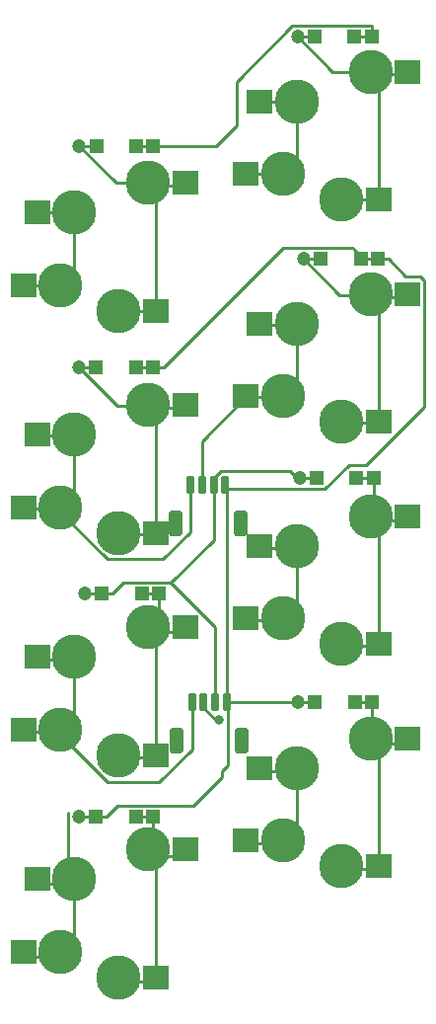
<source format=gbr>
%TF.GenerationSoftware,KiCad,Pcbnew,(7.0.0-0)*%
%TF.CreationDate,2023-02-26T21:11:16+09:00*%
%TF.ProjectId,pangaea-pcb-pinkey-k2-0.5ushift,70616e67-6165-4612-9d70-63622d70696e,rev?*%
%TF.SameCoordinates,Original*%
%TF.FileFunction,Copper,L2,Bot*%
%TF.FilePolarity,Positive*%
%FSLAX46Y46*%
G04 Gerber Fmt 4.6, Leading zero omitted, Abs format (unit mm)*
G04 Created by KiCad (PCBNEW (7.0.0-0)) date 2023-02-26 21:11:16*
%MOMM*%
%LPD*%
G01*
G04 APERTURE LIST*
G04 Aperture macros list*
%AMRoundRect*
0 Rectangle with rounded corners*
0 $1 Rounding radius*
0 $2 $3 $4 $5 $6 $7 $8 $9 X,Y pos of 4 corners*
0 Add a 4 corners polygon primitive as box body*
4,1,4,$2,$3,$4,$5,$6,$7,$8,$9,$2,$3,0*
0 Add four circle primitives for the rounded corners*
1,1,$1+$1,$2,$3*
1,1,$1+$1,$4,$5*
1,1,$1+$1,$6,$7*
1,1,$1+$1,$8,$9*
0 Add four rect primitives between the rounded corners*
20,1,$1+$1,$2,$3,$4,$5,0*
20,1,$1+$1,$4,$5,$6,$7,0*
20,1,$1+$1,$6,$7,$8,$9,0*
20,1,$1+$1,$8,$9,$2,$3,0*%
G04 Aperture macros list end*
%TA.AperFunction,ComponentPad*%
%ADD10R,1.200000X1.200000*%
%TD*%
%TA.AperFunction,SMDPad,CuDef*%
%ADD11R,1.200000X1.200000*%
%TD*%
%TA.AperFunction,ComponentPad*%
%ADD12C,1.200000*%
%TD*%
%TA.AperFunction,SMDPad,CuDef*%
%ADD13RoundRect,0.150000X-0.150000X-0.650000X0.150000X-0.650000X0.150000X0.650000X-0.150000X0.650000X0*%
%TD*%
%TA.AperFunction,ComponentPad*%
%ADD14RoundRect,0.249600X-0.350400X-0.850400X0.350400X-0.850400X0.350400X0.850400X-0.350400X0.850400X0*%
%TD*%
%TA.AperFunction,SMDPad,CuDef*%
%ADD15R,2.200000X2.000000*%
%TD*%
%TA.AperFunction,ComponentPad*%
%ADD16C,3.800000*%
%TD*%
%TA.AperFunction,ViaPad*%
%ADD17C,0.800000*%
%TD*%
%TA.AperFunction,Conductor*%
%ADD18C,0.250000*%
%TD*%
G04 APERTURE END LIST*
D10*
%TO.P,D18,1,K*%
%TO.N,PY5*%
X53519999Y-36369999D03*
D11*
X52069999Y-36369999D03*
%TO.P,D18,2,A*%
%TO.N,Net-(D18-A)*%
X48619999Y-36369999D03*
D12*
X47170000Y-36370000D03*
%TD*%
D13*
%TO.P,J9,1,Pin_1*%
%TO.N,PX1*%
X37450000Y-55710000D03*
%TO.P,J9,2,Pin_2*%
%TO.N,PX2*%
X38450000Y-55710000D03*
%TO.P,J9,3,Pin_3*%
%TO.N,PY4*%
X39450000Y-55710000D03*
%TO.P,J9,4,Pin_4*%
%TO.N,PY5*%
X40450000Y-55710000D03*
D14*
%TO.P,J9,MP*%
%TO.N,N/C*%
X36150000Y-59010000D03*
X41750000Y-59010000D03*
%TD*%
D15*
%TO.P,SW38,1,1*%
%TO.N,PX2*%
X42199999Y-86249999D03*
X43399999Y-80009999D03*
D16*
X45400000Y-86250000D03*
X46590000Y-80010000D03*
%TO.P,SW38,2,2*%
%TO.N,Net-(D38-K)*%
X50400000Y-88450000D03*
X52940000Y-77470000D03*
D15*
X53599999Y-88439999D03*
X56099999Y-77469999D03*
%TD*%
%TO.P,SW17,1,1*%
%TO.N,PX1*%
X23109999Y-57679999D03*
X24309999Y-51439999D03*
D16*
X26310000Y-57680000D03*
X27500000Y-51440000D03*
%TO.P,SW17,2,2*%
%TO.N,Net-(D17-A)*%
X31310000Y-59880000D03*
X33850000Y-48900000D03*
D15*
X34509999Y-59869999D03*
X37009999Y-48899999D03*
%TD*%
D10*
%TO.P,D38,1,K*%
%TO.N,Net-(D38-K)*%
X53049999Y-74399999D03*
D11*
X51599999Y-74399999D03*
%TO.P,D38,2,A*%
%TO.N,PY5*%
X48149999Y-74399999D03*
D12*
X46700000Y-74400000D03*
%TD*%
D15*
%TO.P,SW13,1,1*%
%TO.N,PX1*%
X23109999Y-38629999D03*
X24309999Y-32389999D03*
D16*
X26310000Y-38630000D03*
X27500000Y-32390000D03*
%TO.P,SW13,2,2*%
%TO.N,Net-(D13-A)*%
X31310000Y-40830000D03*
X33850000Y-29850000D03*
D15*
X34509999Y-40819999D03*
X37009999Y-29849999D03*
%TD*%
D10*
%TO.P,D13,1,K*%
%TO.N,PY4*%
X34274999Y-26699999D03*
D11*
X32824999Y-26699999D03*
%TO.P,D13,2,A*%
%TO.N,Net-(D13-A)*%
X29374999Y-26699999D03*
D12*
X27925000Y-26700000D03*
%TD*%
D10*
%TO.P,D34,1,K*%
%TO.N,Net-(D34-K)*%
X53174999Y-55139999D03*
D11*
X51724999Y-55139999D03*
%TO.P,D34,2,A*%
%TO.N,PY4*%
X48274999Y-55139999D03*
D12*
X46825000Y-55140000D03*
%TD*%
D15*
%TO.P,SW18,1,1*%
%TO.N,PX2*%
X42199999Y-48149999D03*
X43399999Y-41909999D03*
D16*
X45400000Y-48150000D03*
X46590000Y-41910000D03*
%TO.P,SW18,2,2*%
%TO.N,Net-(D18-A)*%
X50400000Y-50350000D03*
X52940000Y-39370000D03*
D15*
X53599999Y-50339999D03*
X56099999Y-39369999D03*
%TD*%
D10*
%TO.P,D33,1,K*%
%TO.N,Net-(D33-K)*%
X34774999Y-65049999D03*
D11*
X33324999Y-65049999D03*
%TO.P,D33,2,A*%
%TO.N,PY4*%
X29874999Y-65049999D03*
D12*
X28425000Y-65050000D03*
%TD*%
D15*
%TO.P,SW34,1,1*%
%TO.N,PX2*%
X42199999Y-67199999D03*
X43399999Y-60959999D03*
D16*
X45400000Y-67200000D03*
X46590000Y-60960000D03*
%TO.P,SW34,2,2*%
%TO.N,Net-(D34-K)*%
X50400000Y-69400000D03*
X52940000Y-58420000D03*
D15*
X53599999Y-69389999D03*
X56099999Y-58419999D03*
%TD*%
%TO.P,SW33,2,2*%
%TO.N,Net-(D33-K)*%
X37009999Y-67949999D03*
X34509999Y-78919999D03*
D16*
X33850000Y-67950000D03*
X31310000Y-78930000D03*
%TO.P,SW33,1,1*%
%TO.N,PX1*%
X27500000Y-70490000D03*
X26310000Y-76730000D03*
D15*
X24309999Y-70489999D03*
X23109999Y-76729999D03*
%TD*%
D10*
%TO.P,D17,1,K*%
%TO.N,PY5*%
X34224999Y-45649999D03*
D11*
X32774999Y-45649999D03*
%TO.P,D17,2,A*%
%TO.N,Net-(D17-A)*%
X29324999Y-45649999D03*
D12*
X27875000Y-45650000D03*
%TD*%
D10*
%TO.P,D37,1,K*%
%TO.N,Net-(D37-K)*%
X34224999Y-84199999D03*
D11*
X32774999Y-84199999D03*
%TO.P,D37,2,A*%
%TO.N,PY5*%
X29324999Y-84199999D03*
D12*
X27875000Y-84200000D03*
%TD*%
D10*
%TO.P,D14,1,K*%
%TO.N,PY4*%
X53004999Y-17329999D03*
D11*
X51554999Y-17329999D03*
%TO.P,D14,2,A*%
%TO.N,Net-(D14-A)*%
X48104999Y-17329999D03*
D12*
X46655000Y-17330000D03*
%TD*%
D15*
%TO.P,SW37,1,1*%
%TO.N,PX1*%
X23109999Y-95779999D03*
X24309999Y-89539999D03*
D16*
X26310000Y-95780000D03*
X27500000Y-89540000D03*
%TO.P,SW37,2,2*%
%TO.N,Net-(D37-K)*%
X31310000Y-97980000D03*
X33850000Y-87000000D03*
D15*
X34509999Y-97969999D03*
X37009999Y-86999999D03*
%TD*%
%TO.P,SW14,1,1*%
%TO.N,PX2*%
X42199999Y-29099999D03*
X43399999Y-22859999D03*
D16*
X45400000Y-29100000D03*
X46590000Y-22860000D03*
%TO.P,SW14,2,2*%
%TO.N,Net-(D14-A)*%
X50400000Y-31300000D03*
X52940000Y-20320000D03*
D15*
X53599999Y-31289999D03*
X56099999Y-20319999D03*
%TD*%
D13*
%TO.P,J8,1,Pin_1*%
%TO.N,PX1*%
X37590000Y-74340000D03*
%TO.P,J8,2,Pin_2*%
%TO.N,PX2*%
X38590000Y-74340000D03*
%TO.P,J8,3,Pin_3*%
%TO.N,PY4*%
X39590000Y-74340000D03*
%TO.P,J8,4,Pin_4*%
%TO.N,PY5*%
X40590000Y-74340000D03*
D14*
%TO.P,J8,MP*%
%TO.N,N/C*%
X36290000Y-77640000D03*
X41890000Y-77640000D03*
%TD*%
D17*
%TO.N,PX2*%
X39917600Y-75901100D03*
%TD*%
D18*
%TO.N,PX2*%
X38450000Y-52025000D02*
X38450000Y-55710000D01*
X42241700Y-48233300D02*
X38450000Y-52025000D01*
X39649800Y-75901100D02*
X39917600Y-75901100D01*
X38590000Y-74841300D02*
X39649800Y-75901100D01*
X38590000Y-74340000D02*
X38590000Y-74841300D01*
%TO.N,PX1*%
X37590000Y-78402400D02*
X37590000Y-74340000D01*
X34787700Y-81204700D02*
X37590000Y-78402400D01*
X30335900Y-81204700D02*
X34787700Y-81204700D01*
X26310000Y-77178800D02*
X30335900Y-81204700D01*
X26310000Y-58098200D02*
X26310000Y-57680000D01*
X30322400Y-62110600D02*
X26310000Y-58098200D01*
X35116200Y-62110600D02*
X30322400Y-62110600D01*
X37450000Y-59776800D02*
X35116200Y-62110600D01*
X37450000Y-55710000D02*
X37450000Y-59776800D01*
%TO.N,PY5*%
X34225000Y-45650000D02*
X35150100Y-45650000D01*
X37675900Y-83274900D02*
X40130000Y-80820800D01*
X31175200Y-83274900D02*
X37675900Y-83274900D01*
X30250100Y-84200000D02*
X31175200Y-83274900D01*
X29325000Y-84200000D02*
X30250100Y-84200000D01*
X51373600Y-35420500D02*
X51833400Y-35880300D01*
X45379600Y-35420500D02*
X51373600Y-35420500D01*
X35150100Y-45650000D02*
X45379600Y-35420500D01*
X53520000Y-36370000D02*
X54445100Y-36370000D01*
X55939300Y-37864200D02*
X54445100Y-36370000D01*
X57167400Y-37864200D02*
X55939300Y-37864200D01*
X57525200Y-38222000D02*
X57167400Y-37864200D01*
X57525200Y-49052200D02*
X57525200Y-38222000D01*
X52553200Y-54024200D02*
X57525200Y-49052200D01*
X51069900Y-54024200D02*
X52553200Y-54024200D01*
X49008100Y-56086000D02*
X51069900Y-54024200D01*
X40590000Y-56086000D02*
X49008100Y-56086000D01*
X40590000Y-74340000D02*
X40590000Y-56086000D01*
X40590000Y-55850000D02*
X40450000Y-55710000D01*
X40590000Y-56086000D02*
X40590000Y-55850000D01*
X40650000Y-79802500D02*
X40650000Y-74400000D01*
X40130000Y-80322500D02*
X40650000Y-79802500D01*
X46052500Y-74400000D02*
X40650000Y-74400000D01*
X40650000Y-74400000D02*
X40590000Y-74340000D01*
%TO.N,Net-(D14-A)*%
X52940000Y-20320000D02*
X53145000Y-20525000D01*
%TO.N,PY4*%
X53005000Y-17330000D02*
X53005000Y-16404900D01*
X39628200Y-26700000D02*
X34275000Y-26700000D01*
X41438300Y-24889900D02*
X39628200Y-26700000D01*
X41438300Y-21183700D02*
X41438300Y-24889900D01*
X46217100Y-16404900D02*
X41438300Y-21183700D01*
X53005000Y-16404900D02*
X46217100Y-16404900D01*
X29875000Y-65050000D02*
X30800100Y-65050000D01*
X39450000Y-55166100D02*
X39450000Y-55710000D01*
X40074800Y-54541300D02*
X39450000Y-55166100D01*
X45973100Y-54541300D02*
X40074800Y-54541300D01*
X46571800Y-55140000D02*
X45973100Y-54541300D01*
X39450000Y-60448900D02*
X35774000Y-64124900D01*
X39450000Y-55710000D02*
X39450000Y-60448900D01*
X39590000Y-67940900D02*
X35774000Y-64124900D01*
X39590000Y-74340000D02*
X39590000Y-67940900D01*
X31725200Y-64124900D02*
X30800100Y-65050000D01*
X35774000Y-64124900D02*
X31725200Y-64124900D01*
%TO.N,Net-(D14-A)*%
X49645000Y-20320000D02*
X46655000Y-17330000D01*
%TO.N,PY4*%
X32825000Y-26700000D02*
X34275000Y-26700000D01*
X48275000Y-55140000D02*
X46825000Y-55140000D01*
X46825000Y-55140000D02*
X46571800Y-55140000D01*
X29875000Y-65050000D02*
X28425000Y-65050000D01*
X51555000Y-17330000D02*
X53005000Y-17330000D01*
%TO.N,Net-(D13-A)*%
X36898173Y-30055000D02*
X37056587Y-29896586D01*
X27925000Y-26700000D02*
X29375000Y-26700000D01*
X33850000Y-29850000D02*
X34510000Y-30510000D01*
X34510000Y-30510000D02*
X34510000Y-40820000D01*
X34510000Y-40820000D02*
X31320000Y-40820000D01*
X34055000Y-30055000D02*
X36898173Y-30055000D01*
X31320000Y-40820000D02*
X31310000Y-40830000D01*
X33850000Y-29850000D02*
X31075000Y-29850000D01*
X31075000Y-29850000D02*
X27925000Y-26700000D01*
%TO.N,Net-(D14-A)*%
X46655000Y-17330000D02*
X48105000Y-17330000D01*
X53600000Y-31290000D02*
X53600000Y-20980000D01*
X52940000Y-20320000D02*
X49645000Y-20320000D01*
X53145000Y-20525000D02*
X55988173Y-20525000D01*
X50400000Y-31300000D02*
X53590000Y-31300000D01*
X53590000Y-31300000D02*
X53600000Y-31290000D01*
X55988173Y-20525000D02*
X56146587Y-20366586D01*
X53600000Y-20980000D02*
X52940000Y-20320000D01*
X52940000Y-20320000D02*
X53145000Y-20525000D01*
%TO.N,PY5*%
X34225000Y-45650000D02*
X32775000Y-45650000D01*
X29325000Y-84200000D02*
X27875000Y-84200000D01*
X48150000Y-74400000D02*
X46700000Y-74400000D01*
X52070000Y-36370000D02*
X53520000Y-36370000D01*
X51833400Y-35880300D02*
X52323100Y-36370000D01*
X40130000Y-80820800D02*
X40130000Y-80322500D01*
X46052500Y-74400000D02*
X46700000Y-74400000D01*
%TO.N,Net-(D17-A)*%
X34510000Y-49630000D02*
X34510000Y-59940000D01*
X33850000Y-48970000D02*
X34055000Y-49175000D01*
X27875000Y-45650000D02*
X31195000Y-48970000D01*
X31370000Y-59940000D02*
X31310000Y-59880000D01*
X27875000Y-45650000D02*
X29325000Y-45650000D01*
X36898173Y-49175000D02*
X37056587Y-49016586D01*
X33850000Y-48970000D02*
X34510000Y-49630000D01*
X31195000Y-48970000D02*
X33850000Y-48970000D01*
X34055000Y-49175000D02*
X36898173Y-49175000D01*
X34510000Y-59940000D02*
X31320000Y-59940000D01*
X33850000Y-48970000D02*
X33850000Y-48900000D01*
%TO.N,Net-(D18-A)*%
X55988173Y-39658300D02*
X56146587Y-39499886D01*
X50483300Y-50433300D02*
X50400000Y-50350000D01*
X52940000Y-39453300D02*
X52940000Y-39370000D01*
X50253300Y-39453300D02*
X52940000Y-39453300D01*
X53590000Y-50433300D02*
X53600000Y-50423300D01*
X50400000Y-50433300D02*
X53590000Y-50433300D01*
X48620000Y-36370000D02*
X47170000Y-36370000D01*
X47170000Y-36370000D02*
X50253300Y-39453300D01*
X53600000Y-50423300D02*
X53600000Y-40113300D01*
X53145000Y-39658300D02*
X55988173Y-39658300D01*
X53600000Y-40113300D02*
X52940000Y-39453300D01*
%TO.N,Net-(D33-K)*%
X34775000Y-65050000D02*
X33325000Y-65050000D01*
X36898173Y-68375000D02*
X37056587Y-68216586D01*
X34775000Y-65050000D02*
X34775000Y-67245000D01*
X34092500Y-67707500D02*
X33850000Y-67950000D01*
X33850000Y-68170000D02*
X34510000Y-68830000D01*
X34312500Y-67707500D02*
X34092500Y-67707500D01*
X34510000Y-68830000D02*
X34510000Y-79140000D01*
X34775000Y-67245000D02*
X33850000Y-68170000D01*
X34510000Y-79140000D02*
X31320000Y-79140000D01*
X34055000Y-68375000D02*
X36898173Y-68375000D01*
X31520000Y-79140000D02*
X31310000Y-78930000D01*
%TO.N,Net-(D34-K)*%
X52940000Y-58586700D02*
X53600000Y-59246700D01*
X52940000Y-58586700D02*
X53145000Y-58791700D01*
X52989200Y-58469200D02*
X52940000Y-58420000D01*
X53145000Y-58791700D02*
X55988173Y-58791700D01*
X55988173Y-58791700D02*
X56146587Y-58633286D01*
X53600000Y-69556700D02*
X50410000Y-69556700D01*
X51725000Y-55140000D02*
X53175000Y-55140000D01*
X53175000Y-55140000D02*
X53175000Y-58351700D01*
X53175000Y-58351700D02*
X52940000Y-58586700D01*
X53600000Y-59246700D02*
X53600000Y-69556700D01*
X53057500Y-58469200D02*
X52989200Y-58469200D01*
X50556700Y-69556700D02*
X50400000Y-69400000D01*
%TO.N,Net-(D37-K)*%
X34225000Y-84200000D02*
X34225000Y-87025000D01*
X32775000Y-84200000D02*
X34225000Y-84200000D01*
X36898173Y-87605000D02*
X37056587Y-87446586D01*
X34225000Y-87025000D02*
X33850000Y-87400000D01*
X34037500Y-87212500D02*
X33850000Y-87025000D01*
X34510000Y-98370000D02*
X31320000Y-98370000D01*
X31700000Y-98370000D02*
X31310000Y-97980000D01*
X34055000Y-87605000D02*
X36898173Y-87605000D01*
X34510000Y-88060000D02*
X34510000Y-98370000D01*
X33850000Y-87025000D02*
X33850000Y-87000000D01*
X33850000Y-87400000D02*
X34510000Y-88060000D01*
%TO.N,Net-(D38-K)*%
X51600000Y-74400000D02*
X53050000Y-74400000D01*
X53050000Y-74400000D02*
X53050000Y-77610000D01*
X52940000Y-76115000D02*
X52940000Y-77470000D01*
X53590000Y-88700000D02*
X53600000Y-88690000D01*
X50650000Y-88700000D02*
X50400000Y-88450000D01*
X52940000Y-77720000D02*
X53145000Y-77925000D01*
X53600000Y-78380000D02*
X52940000Y-77720000D01*
X50400000Y-88700000D02*
X53590000Y-88700000D01*
X55988173Y-77925000D02*
X56146587Y-77766586D01*
X53050000Y-76005000D02*
X52940000Y-76115000D01*
X53600000Y-88690000D02*
X53600000Y-78380000D01*
X53145000Y-77925000D02*
X55988173Y-77925000D01*
X53050000Y-77610000D02*
X52940000Y-77720000D01*
%TO.N,PX1*%
X26905000Y-95585000D02*
X26505000Y-95585000D01*
X24310000Y-51510000D02*
X27500000Y-51510000D01*
X26835000Y-57155000D02*
X26310000Y-57680000D01*
X27500000Y-75760000D02*
X26310000Y-76950000D01*
X27430000Y-51510000D02*
X27500000Y-51440000D01*
X27500000Y-89940000D02*
X24310000Y-89940000D01*
X24310000Y-70710000D02*
X27500000Y-70710000D01*
X26310000Y-57750000D02*
X23110000Y-57750000D01*
X24530000Y-70710000D02*
X24310000Y-70490000D01*
X24310000Y-51440000D02*
X24310000Y-51510000D01*
X24310000Y-32390000D02*
X27500000Y-32390000D01*
X27500000Y-94990000D02*
X27500000Y-89940000D01*
X27500000Y-70490000D02*
X27500000Y-70710000D01*
X27500000Y-89540000D02*
X26938800Y-88978800D01*
X27500000Y-32390000D02*
X27500000Y-37440000D01*
X27500000Y-56560000D02*
X26310000Y-57750000D01*
X27500000Y-37440000D02*
X26310000Y-38630000D01*
X27500000Y-51510000D02*
X27500000Y-56560000D01*
X23110000Y-57680000D02*
X23110000Y-57750000D01*
X26505000Y-95585000D02*
X26310000Y-95780000D01*
X26685000Y-76355000D02*
X26310000Y-76730000D01*
X27500000Y-70710000D02*
X27500000Y-75760000D01*
X26310000Y-77407600D02*
X26310000Y-76730000D01*
X23330000Y-76950000D02*
X23110000Y-76730000D01*
X26905000Y-57155000D02*
X26835000Y-57155000D01*
X26938800Y-88978800D02*
X26938800Y-83823600D01*
X26310000Y-76950000D02*
X23110000Y-76950000D01*
X26905000Y-76355000D02*
X26685000Y-76355000D01*
X23110000Y-96180000D02*
X26310000Y-96180000D01*
X27500000Y-89940000D02*
X27500000Y-89540000D01*
X23110000Y-38630000D02*
X26310000Y-38630000D01*
X26310000Y-96180000D02*
X27500000Y-94990000D01*
X23510000Y-96180000D02*
X23110000Y-95780000D01*
X24710000Y-89940000D02*
X24310000Y-89540000D01*
%TO.N,PX2*%
X42283300Y-48233300D02*
X42200000Y-48150000D01*
X43566700Y-61126700D02*
X43400000Y-60960000D01*
X45911700Y-47638300D02*
X45400000Y-48150000D01*
X43483300Y-41993300D02*
X43400000Y-41910000D01*
X46590000Y-22860000D02*
X46590000Y-27910000D01*
X43400000Y-80260000D02*
X46590000Y-80260000D01*
X46590000Y-41993300D02*
X46590000Y-47043300D01*
X45828300Y-66771700D02*
X45400000Y-67200000D01*
X45400000Y-48233300D02*
X42200000Y-48233300D01*
X46590000Y-80010000D02*
X46590000Y-80260000D01*
X46590000Y-61126700D02*
X46590000Y-66176700D01*
X45400000Y-67366700D02*
X42200000Y-67366700D01*
X45995000Y-85905000D02*
X45745000Y-85905000D01*
X42200000Y-86500000D02*
X45400000Y-86500000D01*
X43400000Y-61126700D02*
X46590000Y-61126700D01*
X42366700Y-67366700D02*
X42200000Y-67200000D01*
X46590000Y-47043300D02*
X45400000Y-48233300D01*
X45995000Y-47638300D02*
X45911700Y-47638300D01*
X46590000Y-41910000D02*
X46590000Y-41993300D01*
X46590000Y-27910000D02*
X45400000Y-29100000D01*
X45400000Y-86500000D02*
X46590000Y-85310000D01*
X43400000Y-22860000D02*
X46590000Y-22860000D01*
X46590000Y-60960000D02*
X46590000Y-61126700D01*
X42200000Y-29100000D02*
X45400000Y-29100000D01*
X43400000Y-41993300D02*
X46590000Y-41993300D01*
X45745000Y-85905000D02*
X45400000Y-86250000D01*
X42450000Y-86500000D02*
X42200000Y-86250000D01*
X46590000Y-85310000D02*
X46590000Y-80260000D01*
X43650000Y-80260000D02*
X43400000Y-80010000D01*
X45995000Y-66771700D02*
X45828300Y-66771700D01*
X46590000Y-66176700D02*
X45400000Y-67366700D01*
%TD*%
M02*

</source>
